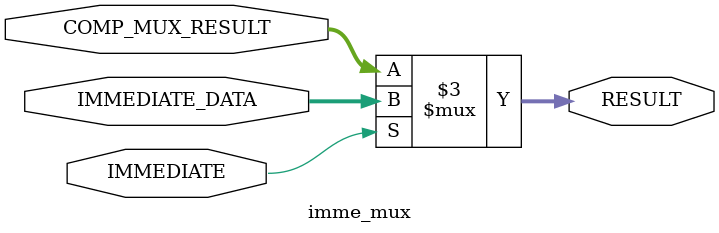
<source format=v>

`include "ALU.v"
`include "RegFile.v"
`timescale  1ns/100ps

module cpu(PC, READ, WRITE, ADDRESS, WRITEDATA, READDATA, INSTRUCTION, CLK, RESET, BUSYWAIT);

	//cpu module input and output ports initializing
	input [31:0] INSTRUCTION;
	input CLK, RESET, BUSYWAIT;
	input [7:0] READDATA;
	output [9:0] PC;
	output WRITE, READ;
	output [7:0] ADDRESS, WRITEDATA;
	
	//initializing the PC register
	wire [9:0] PC_NEXT;
	
	//control signals initializing
	wire IMMEDIATE, COMPLEMENT;
	wire [2:0] ALUOP;
	wire J, BEQ, WriteData_Select;
	
	//register file ports initializing
	wire WRITEENABLE;
	wire [2:0] READREG1, READREG2, WRITEREG;
	wire [7:0] REGOUT1, REGOUT2, IN;
	
	//ALU ports initializing
	wire [7:0] DATA2;
	wire [7:0] ALURESULT;
	wire ZERO;
	
	//complement MUX output net initializing
	wire [7:0] COMP_MUX_RESULT;
	
	//REGOUT2 complent value holds the comp_result net
	wire [7:0] comp_result;
	
	//palace to hold the immediate values for *loadi* instruction
	wire [7:0] IMMEDIATE_DATA;
	
	//palace to hold the immediate values for *j* and *beq* instructions
	wire [7:0] IMMEDIATE_OFFSET;
	wire [9:0] PC_OFFSET;
	wire [9:0] PC_Temp;
	
	//instantiating *pc_update* module to update the pc register with one time unit delay
	pc_update pc_up (RESET, CLK, BUSYWAIT, PC_Temp, PC);		
	
	//instantiating pc_addr module to increment the PC value by 4
	pc_addr pc_add (PC, PC_NEXT);	
	
	assign WRITEREG = INSTRUCTION[18:16];
	assign READREG1 = INSTRUCTION[10:8];
	assign READREG2 = INSTRUCTION[2:0]; 	
	assign IMMEDIATE_DATA = INSTRUCTION[7:0];
	assign IMMEDIATE_OFFSET = INSTRUCTION[23:16];
	
	assign WRITEDATA = REGOUT1;
	assign ADDRESS = ALURESULT;
	
	//control signals unit instantiating
	control_signal ctrl_signals (INSTRUCTION, IMMEDIATE, COMPLEMENT, ALUOP, J, BEQ, WRITEENABLE, WRITE, READ, WriteData_Select);
	
	write_data mux (WriteData_Select, ALURESULT, READDATA, IN);
	
	//register file instantiating
	reg_file registers (IN, REGOUT1, REGOUT2, WRITEREG, READREG1, READREG2, WRITEENABLE, CLK, RESET, BUSYWAIT);
	
	//complement_module instantiating
	complement_module comp (REGOUT2, comp_result);
	
	//negative selection mux instantiating
	comp_mux mux1 (COMPLEMENT, REGOUT2, comp_result, COMP_MUX_RESULT);
	
	//immediate value selection mux instantiating
	imme_mux mux2 (IMMEDIATE, IMMEDIATE_DATA, COMP_MUX_RESULT, DATA2);
	
	//alu module instantiating
	alu my_alu (REGOUT1, DATA2, ALURESULT, ZERO, ALUOP);
	
	//imme_offset module instantiating (to add PC with immediate offset value)
	imme_offset pc_offset (IMMEDIATE_OFFSET, PC_NEXT, PC_OFFSET, INSTRUCTION);
	
	//pc_mux module instantiating (to select whether pc+4 or pc+4+offset)
	pc_mux select_pc (J, BEQ, ZERO, PC_NEXT, PC_OFFSET, PC_Temp);
	
endmodule

//mux to select data from aluresult and memory raed data
module write_data (SELECT, ALURESULT, READDATA, IN);

	input SELECT;	//select signal from the cu as a input
	input [7:0] ALURESULT, READDATA;	//input as aluresult and readdata from the data memory
	
	output reg [7:0] IN;	//In as the output of the mux
	
	//mux implementation
	always @(SELECT, READDATA, ALURESULT)
	begin
		if (SELECT)	//if select signal is high assign readdata as the result
			IN = READDATA;
		else //if select is low assign mux output as the aluresult
			IN = ALURESULT;
	end
	
endmodule

//----------PC_Mux Unit module design----------
module pc_mux (J, BEQ, ZERO, PC_Temp, PC_OFFSET, PC_NEXT);
	
	//definning input ports 
	input J, BEQ, ZERO;
	input [9:0] PC_Temp, PC_OFFSET;
	
	//defining output ports
	output reg [9:0] PC_NEXT;
	
	wire and_result, ctrl_mux;
	
	//generating PC_Mux control signal
	and (and_result, BEQ, ZERO);
	or (ctrl_mux, and_result, J);
	
	//PC_Mux implementation
	always @(PC_OFFSET, PC_Temp, ctrl_mux)
	begin
		if(ctrl_mux)
			PC_NEXT = PC_OFFSET;
		else 
			PC_NEXT = PC_Temp;
	end
endmodule

//----------immediate offset Unit module design----------
module imme_offset (IMMEDIATE_OFFSET, PC_NEXT, PC_OFFSET, INSTRUCTION);
	
	//definning input ports
	input [7:0] IMMEDIATE_OFFSET;
	input [9:0] PC_NEXT;
	input [31:0] INSTRUCTION;
	
	//definning output ports
	output reg [9:0] PC_OFFSET;
	
	//variable to hold the sign extended offset
	reg [31:0] sign_extend_OFFSET;
	reg [31:0] PC_OFFSET_32;
	
	//-----Left_Shift by 2 bits to multiply by 4 and Sign Extened to 32 bits-----
	always @(IMMEDIATE_OFFSET)
	begin 
		
		//--Left Shift by 2 bits--
		sign_extend_OFFSET [0] = 1'b0;
		sign_extend_OFFSET [1] = 1'b0;
	
		//--Copying immediate offset to a 32 bit net--
		sign_extend_OFFSET [9:2] = IMMEDIATE_OFFSET[7:0];
	
		//--Sign extending to 32 bits--
		if (IMMEDIATE_OFFSET[7]) //If negative number
			sign_extend_OFFSET[31:10] = 22'b1111_1111_1111_1111_1111_11;
		else
			sign_extend_OFFSET[31:10] = 22'b0000_0000_0000_0000_0000_00; //If positive number
			
	end
	
	//--PC Add with Immediate Offset with 2 time units delay--
	always @(INSTRUCTION)
	#2 begin
		PC_OFFSET_32 = ({22'd0,PC_NEXT} + sign_extend_OFFSET);
		PC_OFFSET = PC_OFFSET_32[9:0];
	end
endmodule

//----------Control Signal Unit module design----------
module control_signal (INSTRUCTION, IMMEDIATE, COMPLEMENT, ALUOP, J, BEQ, WRITEENABLE, WRITE, READ, WriteData_Select);
	
	//get OPCODE as input
	input [31:0] INSTRUCTION;
	
	//Defininig Control Signals as output
	output reg [0:0] IMMEDIATE, COMPLEMENT, J, BEQ, WRITEENABLE, WRITE, READ, WriteData_Select;
	output reg [2:0] ALUOP;
	
	always @ (INSTRUCTION) //always set READ and WRITE signals to low when new instruction has fetched to the cpu
	begin
		WRITE = 1'b0;
		READ = 1'b0;
	end
	
	//decoding triggered with changes of OPCODE
	always @(INSTRUCTION)
	#1 begin		//set delay of one time unit for instruction decoding
		
		//set ALUOP signal according to instructions opcodes
		case (INSTRUCTION[31:24])
			8'd0 : begin
					ALUOP = 3'b001;	//*add* instruction (function - add)
					J = 1'b0;
					BEQ = 1'b0;
					IMMEDIATE = 1'b0;
					COMPLEMENT = 1'b0;
					WRITEENABLE = 1'b1;	//writeenable is high for the *add*
					WRITE = 1'b0;
					READ = 1'b0;
					WriteData_Select = 1'b0;
				   end
			8'd1 : begin 
					ALUOP = 3'b001;	//*sub* instruction (function - add)
					COMPLEMENT = 1'b1;	//complement is set high for the *sub*
					J = 1'b0;
					BEQ = 1'b0;
					IMMEDIATE = 1'b0;
					WRITEENABLE = 1'b1;	//writeenable is high for the *sub*
					WRITE = 1'b0;
					READ = 1'b0;
					WriteData_Select = 1'b0;
				   end
			8'd2 : begin
					ALUOP = 3'b010;	//*and* instruction (function - and)
					J = 1'b0;
					BEQ = 1'b0;
					IMMEDIATE = 1'b0;
					COMPLEMENT = 1'b0;
					WRITEENABLE = 1'b1;	//writeenable is high for the *and*
					WRITE = 1'b0;
					READ = 1'b0;
					WriteData_Select = 1'b0;
				   end
			8'd3 : begin
					ALUOP = 3'b011;	//*or* instruction (function - or)
					J = 1'b0;
					BEQ = 1'b0;
					IMMEDIATE = 1'b0;
					COMPLEMENT = 1'b0;
					WRITEENABLE = 1'b1;	//writeenable is high for the *or*
					WRITE = 1'b0;
					READ = 1'b0;
					WriteData_Select = 1'b0;
				   end
			8'd4 : begin
					ALUOP = 3'b000;	//*mov* instruction (function - forward)
					J = 1'b0;
					BEQ = 1'b0;
					IMMEDIATE = 1'b0;
					COMPLEMENT = 1'b0;
					WRITEENABLE = 1'b1;	//writeenable is high for the *mov*
					WRITE = 1'b0;
					READ = 1'b0;
					WriteData_Select = 1'b0;
				   end
			8'd5 : begin
					ALUOP = 3'b000;	//*loadi* instruction (function - forward)
					IMMEDIATE = 1'b1;	//immediate is set high for the *loadi*
					J = 1'b0;
					BEQ = 1'b0;
					COMPLEMENT = 1'b0;
					WRITEENABLE = 1'b1;	//writeenable is high for the *loadi*
					WRITE = 1'b0;
					READ = 1'b0;
					WriteData_Select = 1'b0;
				   end
			8'd6 : begin
					J = 1'b1;	//if *j* is the instruction output of J is high
					WRITEENABLE = 1'b0;	//WRITEENABLE is set to low for *j* instruction
					BEQ = 1'b0;
					IMMEDIATE = 1'b0;
					COMPLEMENT = 1'b0;
					WRITE = 1'b0;
					READ = 1'b0;
					WriteData_Select = 1'b0;
				   end
			8'd7 : begin
					ALUOP = 3'b001; 	//*beq* instruction (function - add)
					BEQ = 1'b1;		//if *beq* is the instruction output of BEQ is high
					COMPLEMENT = 1'b1;	//complement is set high for the *beq*
					WRITEENABLE = 1'b0;	//WRITEENABLE is set to low for *beq* instruction
					J = 1'b0;
					IMMEDIATE = 1'b0;
					WRITE = 1'b0;
					READ = 1'b0;
					WriteData_Select = 1'b0;
				   end
			8'd8 : begin
					ALUOP = 3'b000; 	//*lwd* instruction (function - forward)
					READ = 1'b1;	//Read signal sets for *lwd*
					WriteData_Select = 1'b1;
					J = 1'b0;
					BEQ = 1'b0;
					IMMEDIATE = 1'b0;
					COMPLEMENT = 1'b0;
					WRITEENABLE = 1'b1;
					WRITE = 1'b0;
				   end
			8'd9 : begin
					ALUOP = 3'b000; 	//*lwi* instruction (function - forward)
					READ = 1'b1;
					WriteData_Select = 1'b1;
					IMMEDIATE = 1'b1;
					J = 1'b0;
					BEQ = 1'b0;
					COMPLEMENT = 1'b0;
					WRITEENABLE = 1'b1;
					WRITE = 1'b0;
				   end
			8'd10 : begin
					ALUOP = 3'b000; 	//*swd* instruction (function - forward)
					WRITE = 1'b1;
					WRITEENABLE = 1'b0;
					J = 1'b0;
					BEQ = 1'b0;
					IMMEDIATE = 1'b0;
					COMPLEMENT = 1'b0;
					READ = 1'b0;
				   end
			8'd11 : begin
					ALUOP = 3'b000; 	//*swi* instruction (function - forward)
					WRITE = 1'b1;
				    IMMEDIATE = 1'b1;
					WRITEENABLE =1'b0;
					J = 1'b0;
					BEQ = 1'b0;
					COMPLEMENT = 1'b0;
					READ = 1'b0;
					WriteData_Select = 1'b0;
				   end
		endcase
		
	end
endmodule

//----------2's Complement module design----------
module complement_module (IN, OUT);

	input [7:0] IN;		//defining IN as input
	output reg [7:0] OUT;	//definnig OUT as output
	
	//take the complement value of IN and then add 1 to it(2's complement operation)
	always @(IN)
	begin
		OUT = #1 (~IN + 8'd1);	//set delay of 1 time unit to get the negative value of IN
	end
endmodule


//----------PC Adder module----------
module pc_addr (CURRENT_PC, NEXT_PC);
	
	input [9:0] CURRENT_PC;	//current pc as the input
	output [9:0] NEXT_PC;		//next_pc as the output (holds next pc value)
	
	//adding $ to the current pc to make the next_pc value
	assign #1 NEXT_PC = CURRENT_PC + 10'd4;
endmodule

//----------PC Update module----------
module pc_update (RESET, CLK, BUSYWAIT, NEXT_PC, CURRENT_PC);

	//RESET, CLOCK and NEXT_PC value asthe input for the module
	input RESET, CLK, BUSYWAIT;
	input [9:0] NEXT_PC;
	
	output reg [9:0] CURRENT_PC; 	//PC_REG as the output for the module
	
	always @(posedge CLK)	//triggered at only the positive edge of the clock
	begin
		if(RESET)		//if reset is high reset pc to zero
			CURRENT_PC = #1 10'b0;
		if(!RESET & !BUSYWAIT)
			#1 CURRENT_PC = NEXT_PC;	//otherwise update the pc value
	end
endmodule

//----------Complement MUX module----------
module comp_mux (COMPLEMENT, REGOUT2, COMP_RESULT, RESULT);
	
	input COMPLEMENT;
	input [7:0] REGOUT2, COMP_RESULT;
	
	output reg [7:0] RESULT;
	
	always @(REGOUT2, COMP_RESULT, COMPLEMENT)
	begin
		if (COMPLEMENT)
			RESULT = COMP_RESULT;		//select 2's complemented value as the output
		else
			RESULT = REGOUT2;		//select non complemented value as the output
	end	
endmodule

//----------IMMEDIATE MUX module----------
module imme_mux (IMMEDIATE, IMMEDIATE_DATA, COMP_MUX_RESULT, RESULT);
	
	input IMMEDIATE;
	input [7:0] IMMEDIATE_DATA, COMP_MUX_RESULT;
	
	output reg [7:0] RESULT;
	
	always @(IMMEDIATE_DATA, COMP_MUX_RESULT, IMMEDIATE)
	begin
		if (IMMEDIATE)
			RESULT = IMMEDIATE_DATA;		//select immediate value for the output
		else
			RESULT = COMP_MUX_RESULT;		//select value from a register as the output
	end	
endmodule
</source>
